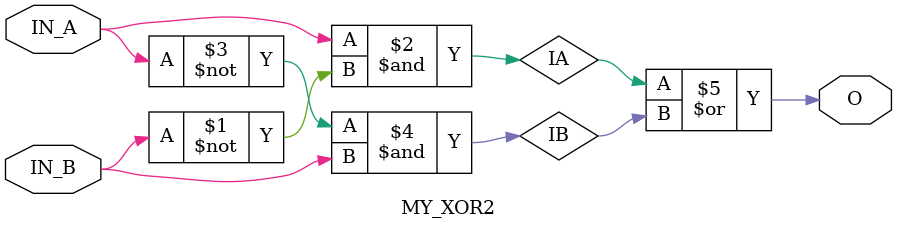
<source format=v>
/* module example */
/* 2 inputs XOR */
/* Cited from http://research.kek.jp/people/uchida/educations/verilogHDL/index.html*/

module MY_XOR2(
  input IN_A , // input A
  input IN_B , // input B
  output O     // output
);

//-----
// XOR
//-----
  wire IA;
  wire IB;
  
  assign IA = IN_A & ~IN_B;
  assign IB = ~IN_A & IN_B;
  
  assign O = IA | IB;
  
endmodule

</source>
